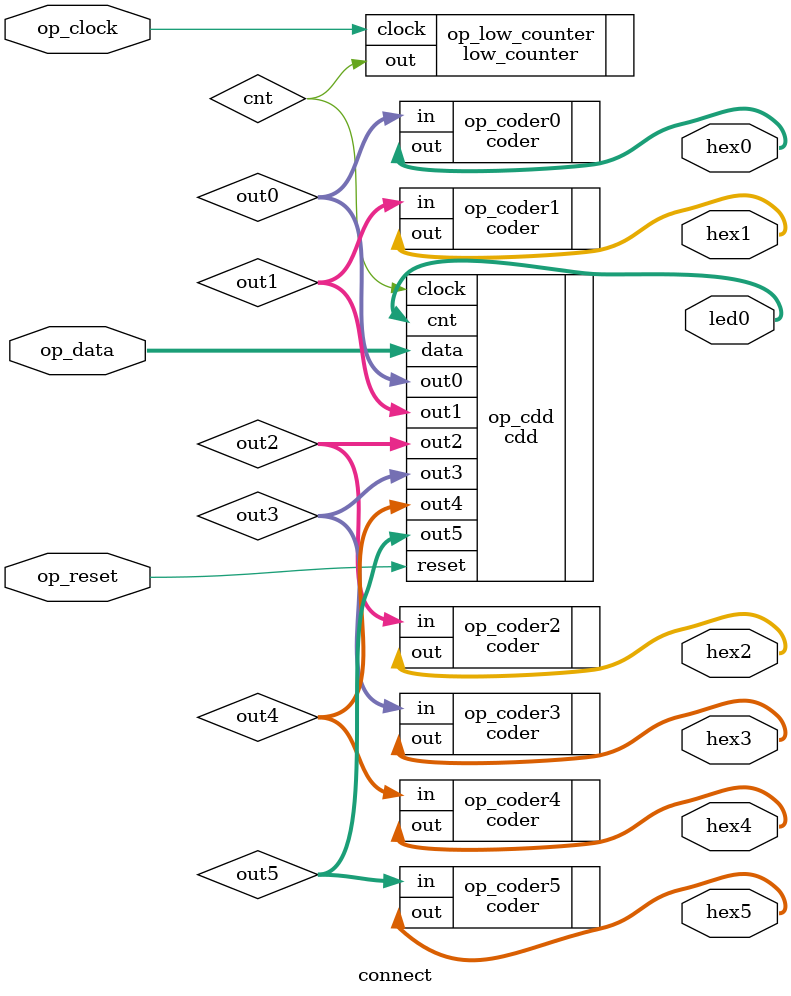
<source format=v>
module connect (
	op_clock, 
	op_reset,
	op_data,
	hex0,
	hex1,
	hex2,
	hex3,
	hex4,
	hex5,
	led0
);

// ==========[ inputs ]==========
input op_clock;      // CLOCK50
input op_reset;      // KEY[0]
input [3:0] op_data; // SW[0]...SW[3]

// ==========[ outputs ]==========
output [6:0] hex0; // HEX[0]
output [6:0] hex1; // HEX[1]
output [6:0] hex2; // HEX[2]
output [6:0] hex3; // HEX[3]
output [6:0] hex4; // HEX[4]
output [6:0] hex5; // HEX[5]
output [2:0] led0; // LEDR[0]...LEDR[2]

// ==========[ wires ]==========
wire cnt;
wire [3:0] out0;
wire [3:0] out1;
wire [3:0] out2;
wire [3:0] out3;
wire [3:0] out4;
wire [3:0] out5;

// ==========[ low counter ]==========
low_counter op_low_counter(
	.clock(op_clock),
	.out(cnt)
);

// ==========[ cdd ]==========
cdd op_cdd(
	 .clock(cnt),
	 .reset(op_reset),
	 .data(op_data),
	 .out0(out0),
	 .out1(out1),
	 .out2(out2),
	 .out3(out3),
	 .out4(out4),
	 .out5(out5),
	 .cnt(led0)
);

// ==========[ coders ]==========
coder op_coder0(
	.in(out0),
	.out(hex0)
);

coder op_coder1(
	.in(out1),
	.out(hex1)
);

coder op_coder2(
	.in(out2),
	.out(hex2)
);

coder op_coder3(
	.in(out3),
	.out(hex3)
);

coder op_coder4(
	.in(out4),
	.out(hex4)
);

coder op_coder5(
	.in(out5),
	.out(hex5)
);

endmodule

</source>
